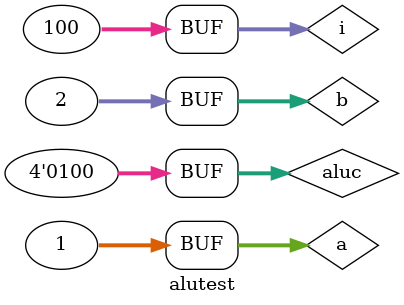
<source format=v>
`timescale 1ns / 1ps


module alutest;

	// Inputs
	reg [31:0] a;
	reg [31:0] b;
	reg [3:0] aluc;

	// Outputs
	wire [31:0] r;
	wire z;

	// Instantiate the Unit Under Test (UUT)
	alu uut (
		.a(a), 
		.b(b), 
		.aluc(aluc), 
		.r(r), 
		.z(z)
	);
	
	integer i;

	initial begin
		// Initialize Inputs
		a = 0;
		b = 0;
		aluc = 0;

		// Wait 100 ns for global reset to finish
		#100;
        
		// Add stimulus here
		aluc = 4'b0000;
		a = 32'h00000001;
		b = 32'h00000002;
		
		for (i = 0; i < 100; i = i + 1)
		begin
			aluc = aluc + 1;
			#10;
		end
	end
      
endmodule


</source>
